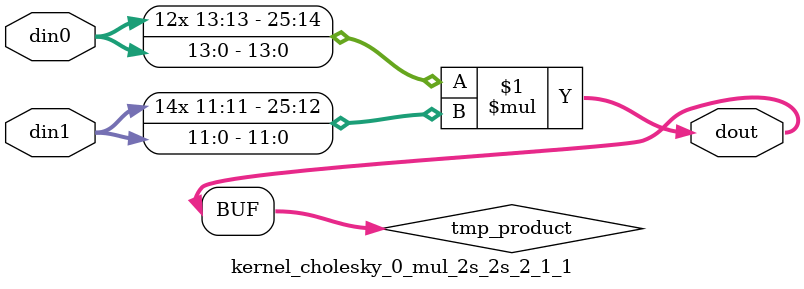
<source format=v>

`timescale 1 ns / 1 ps

 module kernel_cholesky_0_mul_2s_2s_2_1_1(din0, din1, dout);
parameter ID = 1;
parameter NUM_STAGE = 0;
parameter din0_WIDTH = 14;
parameter din1_WIDTH = 12;
parameter dout_WIDTH = 26;

input [din0_WIDTH - 1 : 0] din0; 
input [din1_WIDTH - 1 : 0] din1; 
output [dout_WIDTH - 1 : 0] dout;

wire signed [dout_WIDTH - 1 : 0] tmp_product;



























assign tmp_product = $signed(din0) * $signed(din1);








assign dout = tmp_product;





















endmodule

</source>
